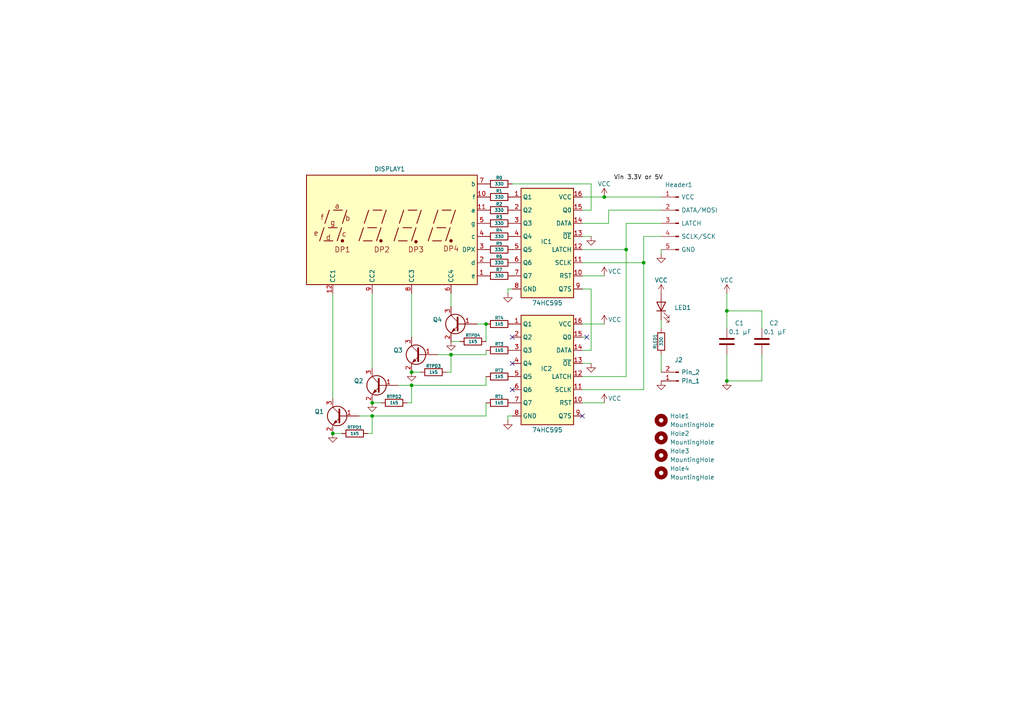
<source format=kicad_sch>
(kicad_sch (version 20250114) (generator "eeschema") (generator_version "9.0")
  (paper "A4")
  (title_block (date "15.12.2025") (comment 1 "Documentation: github.com/ErlingSigurdson/Drv7Seg2x595") (comment 2 "Licensed under CERN-OHL-P v2") (comment 3 "Copyright (c) 2025 Dmitriy Efimov aka Erling Sigurdson"))
  (lib_symbols
    (symbol "74HC595_1"
      (property "Reference" "IC" (at -0.254 -0.254 0))
      (property "Value" "74HC595" (at 0 -18.034 0))
      (symbol "74HC595_1_1_0"
        (pin tri_state line (at -10.16 12.7 0) (length 2.54) (name "Q1") (number "1"))
        (pin tri_state line (at -10.16 8.89 0) (length 2.54) (name "Q2") (number "2"))
        (pin tri_state line (at -10.16 5.08 0) (length 2.54) (name "Q3") (number "3"))
        (pin tri_state line (at -10.16 1.27 0) (length 2.54) (name "Q4") (number "4"))
        (pin tri_state line (at -10.16 -2.54 0) (length 2.54) (name "Q5") (number "5"))
        (pin tri_state line (at -10.16 -6.35 0) (length 2.54) (name "Q6") (number "6"))
        (pin tri_state line (at -10.16 -10.16 0) (length 2.54) (name "Q7") (number "7"))
        (pin power_in line (at -10.16 -13.97 0) (length 2.54) (name "GND") (number "8"))
        (pin power_in line (at 10.16 12.7 180) (length 2.54) (name "VCC") (number "16"))
        (pin tri_state line (at 10.16 8.89 180) (length 2.54) (name "Q0") (number "15"))
        (pin input line (at 10.16 5.08 180) (length 2.54) (name "DATA") (number "14"))
        (pin input line (at 10.16 1.27 180) (length 2.54) (name "~{OE}") (number "13"))
        (pin input line (at 10.16 -2.54 180) (length 2.54) (name "LATCH") (number "12"))
        (pin input line (at 10.16 -6.35 180) (length 2.54) (name "SCLK") (number "11"))
        (pin input line (at 10.16 -10.16 180) (length 2.54) (name "RST") (number "10"))
        (pin output line (at 10.16 -13.97 180) (length 2.54) (name "Q7S") (number "9"))
      )
      (symbol "74HC595_1_1_1"
        (rectangle (start -7.62 15.24) (end 7.62 -16.51) (stroke (width 0.254)) (fill (type background)))
      )
    )
    (symbol "7seg_4d_2x595:74HC595"
      (property "Reference" "IC" (at -0.254 -0.254 0))
      (property "Value" "74HC595" (at 0 -18.034 0))
      (symbol "74HC595_1_0"
        (pin tri_state line (at -10.16 12.7 0) (length 2.54) (name "Q1") (number "1"))
        (pin tri_state line (at -10.16 8.89 0) (length 2.54) (name "Q2") (number "2"))
        (pin tri_state line (at -10.16 5.08 0) (length 2.54) (name "Q3") (number "3"))
        (pin tri_state line (at -10.16 1.27 0) (length 2.54) (name "Q4") (number "4"))
        (pin tri_state line (at -10.16 -2.54 0) (length 2.54) (name "Q5") (number "5"))
        (pin tri_state line (at -10.16 -6.35 0) (length 2.54) (name "Q6") (number "6"))
        (pin tri_state line (at -10.16 -10.16 0) (length 2.54) (name "Q7") (number "7"))
        (pin power_in line (at -10.16 -13.97 0) (length 2.54) (name "GND") (number "8"))
        (pin power_in line (at 10.16 12.7 180) (length 2.54) (name "VCC") (number "16"))
        (pin tri_state line (at 10.16 8.89 180) (length 2.54) (name "Q0") (number "15"))
        (pin input line (at 10.16 5.08 180) (length 2.54) (name "DATA") (number "14"))
        (pin input line (at 10.16 1.27 180) (length 2.54) (name "~{OE}") (number "13"))
        (pin input line (at 10.16 -2.54 180) (length 2.54) (name "LATCH") (number "12"))
        (pin input line (at 10.16 -6.35 180) (length 2.54) (name "SCLK") (number "11"))
        (pin input line (at 10.16 -10.16 180) (length 2.54) (name "RST") (number "10"))
        (pin output line (at 10.16 -13.97 180) (length 2.54) (name "Q7S") (number "9"))
      )
      (symbol "74HC595_1_1"
        (rectangle (start -7.62 15.24) (end 7.62 -16.51) (stroke (width 0.254)) (fill (type background)))
      )
    )
    (symbol "7seg_4d_2x595:7seg_4d"
      (property "Reference" "DISPLAY" (at 0 20.828 0))
      (symbol "7seg_4d_0_0"
        (rectangle (start -24.13 19.05) (end 25.4 -12.7) (stroke (width 0.254)) (fill (type background)))
        (polyline (pts (xy -20.32 0) (xy -19.05 3.81)) (stroke (width 0.254)))
        (polyline (pts (xy -19.05 0) (xy -16.51 0)) (stroke (width 0.254)))
        (polyline (pts (xy -18.796 5.08) (xy -17.526 8.89)) (stroke (width 0.254)))
        (polyline (pts (xy -17.78 3.81) (xy -15.24 3.81)) (stroke (width 0.254)))
        (polyline (pts (xy -16.256 8.89) (xy -13.716 8.89)) (stroke (width 0.254)))
        (polyline (pts (xy -15.24 0) (xy -13.97 3.81)) (stroke (width 0.254)))
        (polyline (pts (xy -13.716 5.08) (xy -12.446 8.89)) (stroke (width 0.254)))
        (polyline (pts (xy -8.89 0) (xy -7.62 3.81)) (stroke (width 0.254)))
        (polyline (pts (xy -7.62 0) (xy -5.08 0)) (stroke (width 0.254)))
        (polyline (pts (xy -7.366 5.08) (xy -6.096 8.89)) (stroke (width 0.254)))
        (polyline (pts (xy -6.35 3.81) (xy -3.81 3.81)) (stroke (width 0.254)))
        (polyline (pts (xy -4.826 8.89) (xy -2.286 8.89)) (stroke (width 0.254)))
        (polyline (pts (xy -3.81 0) (xy -2.54 3.81)) (stroke (width 0.254)))
        (polyline (pts (xy -2.286 5.08) (xy -1.016 8.89)) (stroke (width 0.254)))
        (polyline (pts (xy 1.27 0) (xy 2.54 3.81)) (stroke (width 0.254)))
        (polyline (pts (xy 2.54 0) (xy 5.08 0)) (stroke (width 0.254)))
        (polyline (pts (xy 2.794 5.08) (xy 4.064 8.89)) (stroke (width 0.254)))
        (polyline (pts (xy 3.81 3.81) (xy 6.35 3.81)) (stroke (width 0.254)))
        (polyline (pts (xy 5.334 8.89) (xy 7.874 8.89)) (stroke (width 0.254)))
        (polyline (pts (xy 6.35 0) (xy 7.62 3.81)) (stroke (width 0.254)))
        (polyline (pts (xy 7.874 5.08) (xy 9.144 8.89)) (stroke (width 0.254)))
        (polyline (pts (xy 11.176 0) (xy 12.446 3.81)) (stroke (width 0.254)))
        (polyline (pts (xy 12.446 0) (xy 14.986 0)) (stroke (width 0.254)))
        (polyline (pts (xy 12.7 5.08) (xy 13.97 8.89)) (stroke (width 0.254)))
        (polyline (pts (xy 13.716 3.81) (xy 16.256 3.81)) (stroke (width 0.254)))
        (polyline (pts (xy 15.24 8.89) (xy 17.78 8.89)) (stroke (width 0.254)))
        (polyline (pts (xy 16.256 0) (xy 17.526 3.81)) (stroke (width 0.254)))
        (polyline (pts (xy 17.78 5.08) (xy 19.05 8.89)) (stroke (width 0.254)))
        (text "e" (at -21.336 2.286 0) (effects (font (size 1.524 1.524))))
        (text "f" (at -19.558 6.858 0) (effects (font (size 1.524 1.524))))
        (text "d" (at -17.78 1.016 0) (effects (font (size 1.524 1.524))))
        (text "g" (at -16.51 5.334 0) (effects (font (size 1.524 1.524))))
        (text "a" (at -15.24 10.16 0) (effects (font (size 1.524 1.524))))
        (text "DP1" (at -13.716 -2.54 0) (effects (font (size 1.524 1.524))))
        (text "c" (at -13.208 2.032 0) (effects (font (size 1.524 1.524))))
        (text "b" (at -12.192 6.604 0) (effects (font (size 1.524 1.524))))
        (text "DP2" (at -2.286 -2.54 0) (effects (font (size 1.524 1.524))))
        (text "DP3" (at 7.62 -2.54 0) (effects (font (size 1.524 1.524))))
        (text "DP4" (at 17.78 -2.286 0) (effects (font (size 1.524 1.524))))
      )
      (symbol "7seg_4d_0_1"
        (circle (center -13.716 0) (radius 0.3556) (stroke (width 0.254)) (fill (type outline)))
        (circle (center -2.54 0) (radius 0.3556) (stroke (width 0.254)) (fill (type outline)))
      )
      (symbol "7seg_4d_1_0"
        (circle (center 7.62 -0.254) (radius 0.3556) (stroke (width 0.254)) (fill (type outline)))
        (circle (center 17.78 0) (radius 0.3556) (stroke (width 0.254)) (fill (type outline)))
      )
      (symbol "7seg_4d_1_1"
        (pin input line (at -16.51 -15.24 90) (length 2.54) (name "CC1") (number "12"))
        (pin input line (at -5.08 -15.24 90) (length 2.54) (name "CC2") (number "9"))
        (pin input line (at 6.35 -15.24 90) (length 2.54) (name "CC3") (number "8"))
        (pin input line (at 17.78 -15.24 90) (length 2.54) (name "CC4") (number "6"))
        (pin input line (at 27.94 16.51 180) (length 2.54) (name "b") (number "7"))
        (pin input line (at 27.94 12.7 180) (length 2.54) (name "f") (number "10"))
        (pin input line (at 27.94 8.89 180) (length 2.54) (name "a") (number "11"))
        (pin input line (at 27.94 5.08 180) (length 2.54) (name "g") (number "5"))
        (pin input line (at 27.94 1.27 180) (length 2.54) (name "c") (number "4"))
        (pin input line (at 27.94 -2.54 180) (length 2.54) (name "DPX") (number "3"))
        (pin input line (at 27.94 -6.35 180) (length 2.54) (name "d") (number "2"))
        (pin input line (at 27.94 -10.16 180) (length 2.54) (name "e") (number "1"))
      )
    )
    (symbol "7seg_4d_2x595:pin_header_1-row_5-pin_horizontal" (pin_names (offset 2.032))
      (property "Reference" "Header" (at 0 13.208 0))
      (symbol "pin_header_1-row_5-pin_horizontal_1_1"
        (rectangle (start 0.8636 10.287) (end 0 10.033) (stroke (width 0.1524)) (fill (type outline)))
        (rectangle (start 0.8636 6.477) (end 0 6.223) (stroke (width 0.1524)) (fill (type outline)))
        (rectangle (start 0.8636 2.667) (end 0 2.413) (stroke (width 0.1524)) (fill (type outline)))
        (rectangle (start 0.8636 -1.143) (end 0 -1.397) (stroke (width 0.1524)) (fill (type outline)))
        (rectangle (start 0.8636 -4.953) (end 0 -5.207) (stroke (width 0.1524)) (fill (type outline)))
        (polyline (pts (xy 1.27 10.16) (xy 0.8636 10.16)) (stroke (width 0.1524)))
        (polyline (pts (xy 1.27 6.35) (xy 0.8636 6.35)) (stroke (width 0.1524)))
        (polyline (pts (xy 1.27 2.54) (xy 0.8636 2.54)) (stroke (width 0.1524)))
        (polyline (pts (xy 1.27 -1.27) (xy 0.8636 -1.27)) (stroke (width 0.1524)))
        (polyline (pts (xy 1.27 -5.08) (xy 0.8636 -5.08)) (stroke (width 0.1524)))
        (pin power_out line (at 5.08 10.16 180) (length 3.81) (name "VCC") (number "1"))
        (pin output line (at 5.08 6.35 180) (length 3.81) (name "DATA/MOSI") (number "2"))
        (pin output line (at 5.08 2.54 180) (length 3.81) (name "LATCH") (number "3"))
        (pin output line (at 5.08 -1.27 180) (length 3.81) (name "SCLK/SCK") (number "4"))
        (pin power_out line (at 5.08 -5.08 180) (length 3.81) (name "GND") (number "5"))
      )
    )
    (symbol "Device:C" (pin_numbers (hide yes)) (pin_names (offset 0.254))
      (property "Reference" "C" (at 0.635 2.54 0))
      (property "Value" "C" (at 0.635 -2.54 0))
      (symbol "C_0_1"
        (polyline (pts (xy -2.032 0.762) (xy 2.032 0.762)) (stroke (width 0.508)))
        (polyline (pts (xy -2.032 -0.762) (xy 2.032 -0.762)) (stroke (width 0.508)))
      )
      (symbol "C_1_1"
        (pin passive line (at 0 3.81 270) (length 2.794) (name "~") (number "1"))
        (pin passive line (at 0 -3.81 90) (length 2.794) (name "~") (number "2"))
      )
    )
    (symbol "Device:LED" (pin_numbers (hide yes)) (pin_names (offset 1.016) (hide yes))
      (property "Reference" "D" (at 0 2.54 0))
      (property "Value" "LED" (at 0 -2.54 0))
      (symbol "LED_0_1"
        (polyline (pts (xy -3.048 -0.762) (xy -4.572 -2.286) (xy -3.81 -2.286) (xy -4.572 -2.286) (xy -4.572 -1.524)))
        (polyline (pts (xy -1.778 -0.762) (xy -3.302 -2.286) (xy -2.54 -2.286) (xy -3.302 -2.286) (xy -3.302 -1.524)))
        (polyline (pts (xy -1.27 0) (xy 1.27 0)))
        (polyline (pts (xy -1.27 -1.27) (xy -1.27 1.27)) (stroke (width 0.254)))
        (polyline (pts (xy 1.27 -1.27) (xy 1.27 1.27) (xy -1.27 0) (xy 1.27 -1.27)) (stroke (width 0.254)))
      )
      (symbol "LED_1_1"
        (pin passive line (at -3.81 0 0) (length 2.54) (name "K") (number "1"))
        (pin passive line (at 3.81 0 180) (length 2.54) (name "A") (number "2"))
      )
    )
    (symbol "Device:R" (pin_numbers (hide yes)) (pin_names (offset 0))
      (property "Reference" "R" (at 2.032 0 90))
      (property "Value" "R" (at 0 0 90))
      (symbol "R_0_1"
        (rectangle (start -1.016 -2.54) (end 1.016 2.54) (stroke (width 0.254)))
      )
      (symbol "R_1_1"
        (pin passive line (at 0 3.81 270) (length 1.27) (name "~") (number "1"))
        (pin passive line (at 0 -3.81 90) (length 1.27) (name "~") (number "2"))
      )
    )
    (symbol "Drv7Seg2x595:pin_header_1-row_2-pin_horizontal" (pin_names (offset 2.032))
      (property "Reference" "PWR_LED_JMP" (at 0 4.064 0))
      (symbol "pin_header_1-row_2-pin_horizontal_1_1"
        (rectangle (start 0.8636 10.287) (end 0 10.033) (stroke (width 0.1524)) (fill (type outline)))
        (rectangle (start 0.8636 7.747) (end 0 7.493) (stroke (width 0.1524)) (fill (type outline)))
        (polyline (pts (xy 1.27 10.16) (xy 0.8636 10.16)) (stroke (width 0.1524)))
        (polyline (pts (xy 1.27 7.62) (xy 0.8636 7.62)) (stroke (width 0.1524)))
        (pin passive line (at 5.08 10.16 180) (length 3.81) (name "Pin_1") (number "1"))
        (pin passive line (at 5.08 7.62 180) (length 3.81) (name "Pin_2") (number "2"))
      )
    )
    (symbol "Mechanical:MountingHole" (pin_names (offset 1.016)) (exclude_from_sim yes) (in_bom no)
      (property "Reference" "H" (at 0 5.08 0))
      (property "Value" "MountingHole" (at 0 3.175 0))
      (symbol "MountingHole_0_1"
        (circle (center 0 0) (radius 1.27) (stroke (width 1.27)))
      )
    )
    (symbol "Transistor_BJT:MMBT3904" (pin_names (offset 0) (hide yes))
      (property "Reference" "Q" (at 5.08 1.905 0))
      (property "Value" "MMBT3904" (at 5.08 0 0))
      (symbol "MMBT3904_0_1"
        (polyline (pts (xy 0.635 1.905) (xy 0.635 -1.905) (xy 0.635 -1.905)) (stroke (width 0.508)))
        (polyline (pts (xy 0.635 0.635) (xy 2.54 2.54)))
        (polyline (pts (xy 0.635 -0.635) (xy 2.54 -2.54) (xy 2.54 -2.54)))
        (circle (center 1.27 0) (radius 2.8194) (stroke (width 0.254)))
        (polyline (pts (xy 1.27 -1.778) (xy 1.778 -1.27) (xy 2.286 -2.286) (xy 1.27 -1.778) (xy 1.27 -1.778)) (fill (type outline)))
      )
      (symbol "MMBT3904_1_1"
        (pin input line (at -5.08 0 0) (length 5.715) (name "B") (number "1"))
        (pin passive line (at 2.54 5.08 270) (length 2.54) (name "C") (number "3"))
        (pin passive line (at 2.54 -5.08 90) (length 2.54) (name "E") (number "2"))
      )
    )
    (symbol "power:+5V" (power) (pin_numbers (hide yes)) (pin_names (offset 0) (hide yes))
      (property "Value" "+5V" (at 0 3.556 0))
      (symbol "+5V_0_1"
        (polyline (pts (xy -0.762 1.27) (xy 0 2.54)))
        (polyline (pts (xy 0 2.54) (xy 0.762 1.27)))
        (polyline (pts (xy 0 0) (xy 0 2.54)))
      )
      (symbol "+5V_1_1"
        (pin power_in line (at 0 0 90) (length 0) (name "~") (number "1"))
      )
    )
    (symbol "power:GND" (power) (pin_numbers (hide yes)) (pin_names (offset 0) (hide yes))
      (property "Value" "GND" (at 0 -3.81 0))
      (symbol "GND_0_1"
        (polyline (pts (xy 0 0) (xy 0 -1.27) (xy 1.27 -1.27) (xy 0 -2.54) (xy -1.27 -1.27) (xy 0 -1.27)))
      )
      (symbol "GND_1_1"
        (pin power_in line (at 0 0 270) (length 0) (name "~") (number "1"))
      )
    )
  )
  (text "Vin 3.3V or 5V" (at 185.166 51.562 0) (effects (font (size 1.27 1.27))))
  (junction (at 210.82 90.17))
  (junction (at 119.38 111.76))
  (junction (at 130.81 102.87))
  (junction (at 96.52 125.73))
  (junction (at 140.97 93.98))
  (junction (at 107.95 116.84))
  (junction (at 119.38 107.95))
  (junction (at 181.61 72.39))
  (junction (at 210.82 110.49))
  (junction (at 175.26 57.15))
  (junction (at 186.69 76.2))
  (junction (at 107.95 120.65))
  (no_connect (at 170.18 97.79))
  (no_connect (at 148.59 97.79))
  (no_connect (at 148.59 113.03))
  (no_connect (at 168.91 120.65))
  (no_connect (at 148.59 105.41))
  (wire (pts (xy 168.91 97.79) (xy 170.18 97.79)))
  (wire (pts (xy 147.32 120.65) (xy 147.32 121.92)))
  (wire (pts (xy 140.97 109.22) (xy 140.97 111.76)))
  (wire (pts (xy 119.38 85.09) (xy 119.38 97.79)))
  (wire (pts (xy 191.77 102.87) (xy 191.77 107.95)))
  (wire (pts (xy 119.38 116.84) (xy 119.38 111.76)))
  (wire (pts (xy 118.11 116.84) (xy 119.38 116.84)))
  (wire (pts (xy 171.45 83.82) (xy 168.91 83.82)))
  (wire (pts (xy 220.98 95.25) (xy 220.98 90.17)))
  (wire (pts (xy 119.38 111.76) (xy 140.97 111.76)))
  (wire (pts (xy 168.91 64.77) (xy 176.53 64.77)))
  (wire (pts (xy 147.32 120.65) (xy 148.59 120.65)))
  (wire (pts (xy 168.91 93.98) (xy 175.26 93.98)))
  (wire (pts (xy 171.45 83.82) (xy 171.45 101.6)))
  (wire (pts (xy 107.95 116.84) (xy 110.49 116.84)))
  (wire (pts (xy 106.68 125.73) (xy 107.95 125.73)))
  (wire (pts (xy 168.91 68.58) (xy 171.45 68.58)))
  (wire (pts (xy 210.82 85.09) (xy 210.82 90.17)))
  (wire (pts (xy 148.59 53.34) (xy 171.45 53.34)))
  (wire (pts (xy 186.69 68.58) (xy 191.77 68.58)))
  (wire (pts (xy 220.98 110.49) (xy 210.82 110.49)))
  (wire (pts (xy 140.97 93.98) (xy 140.97 99.06)))
  (wire (pts (xy 168.91 113.03) (xy 186.69 113.03)))
  (wire (pts (xy 147.32 83.82) (xy 147.32 85.09)))
  (wire (pts (xy 168.91 80.01) (xy 175.26 80.01)))
  (wire (pts (xy 129.54 107.95) (xy 130.81 107.95)))
  (wire (pts (xy 220.98 90.17) (xy 210.82 90.17)))
  (wire (pts (xy 130.81 99.06) (xy 133.35 99.06)))
  (wire (pts (xy 181.61 64.77) (xy 191.77 64.77)))
  (wire (pts (xy 176.53 60.96) (xy 176.53 64.77)))
  (wire (pts (xy 119.38 107.95) (xy 121.92 107.95)))
  (wire (pts (xy 130.81 107.95) (xy 130.81 102.87)))
  (wire (pts (xy 107.95 125.73) (xy 107.95 120.65)))
  (wire (pts (xy 181.61 72.39) (xy 181.61 64.77)))
  (wire (pts (xy 96.52 85.09) (xy 96.52 115.57)))
  (wire (pts (xy 168.91 105.41) (xy 171.45 105.41)))
  (wire (pts (xy 168.91 57.15) (xy 175.26 57.15)))
  (wire (pts (xy 140.97 101.6) (xy 140.97 102.87)))
  (wire (pts (xy 107.95 85.09) (xy 107.95 106.68)))
  (wire (pts (xy 127 102.87) (xy 130.81 102.87)))
  (wire (pts (xy 115.57 111.76) (xy 119.38 111.76)))
  (wire (pts (xy 186.69 76.2) (xy 186.69 68.58)))
  (wire (pts (xy 191.77 60.96) (xy 176.53 60.96)))
  (wire (pts (xy 168.91 60.96) (xy 171.45 60.96)))
  (wire (pts (xy 175.26 57.15) (xy 191.77 57.15)))
  (wire (pts (xy 168.91 116.84) (xy 175.26 116.84)))
  (wire (pts (xy 168.91 76.2) (xy 186.69 76.2)))
  (wire (pts (xy 130.81 102.87) (xy 140.97 102.87)))
  (wire (pts (xy 168.91 101.6) (xy 171.45 101.6)))
  (wire (pts (xy 191.77 73.66) (xy 191.77 72.39)))
  (wire (pts (xy 220.98 102.87) (xy 220.98 110.49)))
  (wire (pts (xy 130.81 85.09) (xy 130.81 88.9)))
  (wire (pts (xy 104.14 120.65) (xy 107.95 120.65)))
  (wire (pts (xy 181.61 72.39) (xy 181.61 109.22)))
  (wire (pts (xy 210.82 102.87) (xy 210.82 110.49)))
  (wire (pts (xy 191.77 92.71) (xy 191.77 95.25)))
  (wire (pts (xy 168.91 72.39) (xy 181.61 72.39)))
  (wire (pts (xy 96.52 125.73) (xy 99.06 125.73)))
  (wire (pts (xy 186.69 76.2) (xy 186.69 113.03)))
  (wire (pts (xy 210.82 90.17) (xy 210.82 95.25)))
  (wire (pts (xy 140.97 116.84) (xy 140.97 120.65)))
  (wire (pts (xy 138.43 93.98) (xy 140.97 93.98)))
  (wire (pts (xy 171.45 60.96) (xy 171.45 53.34)))
  (wire (pts (xy 168.91 109.22) (xy 181.61 109.22)))
  (wire (pts (xy 107.95 120.65) (xy 140.97 120.65)))
  (wire (pts (xy 147.32 83.82) (xy 148.59 83.82)))
  (symbol (lib_name "74HC595_1") (lib_id "7seg_4d_2x595:74HC595") (at 158.75 69.85 0) (unit 1)
    (property "Reference" "IC1" (at 158.496 70.104 0))
    (property "Value" "74HC595" (at 158.75 87.884 0))
    (property "Footprint" "Package_DIP:DIP-16_W7.62mm" (effects (hide yes)))
    (property "Description" "8-bit SIPO/SISO/PIPO shift register w/ 3-state outputs" (effects (hide yes)))
  )
  (symbol (lib_id "Device:C") (at 220.98 99.06 180) (unit 1)
    (property "Reference" "C2" (at 225.806 93.726 0) (effects (justify left)))
    (property "Value" "0.1 μF" (at 228.092 96.266 0) (effects (justify left)))
    (property "Footprint" "Capacitor_SMD:C_0805_2012Metric_Pad1.18x1.45mm_HandSolder" (effects (hide yes)))
    (property "Description" "Unpolarized capacitor" (effects (hide yes)))
  )
  (symbol (lib_id "power:+5V") (at 175.26 116.84 0) (unit 1)
    (property "Reference" "#PWR09" (effects (hide yes)))
    (property "Value" "VCC" (at 178.308 115.57 0))
    (property "Description" "Power symbol creates a global label with name \"+5V\"" (effects (hide yes)))
  )
  (symbol (lib_id "power:GND") (at 130.81 99.06 0) (unit 1)
    (property "Reference" "#PWR012" (effects (hide yes)))
    (property "Value" "GND" (effects (hide yes)))
    (property "Description" "Power symbol creates a global label with name \"GND\" , ground" (effects (hide yes)))
  )
  (symbol (lib_id "Mechanical:MountingHole") (at 191.77 127 0) (unit 1) (exclude_from_sim yes) (in_bom no)
    (property "Reference" "Hole2" (at 194.31 125.7299 0) (effects (justify left)))
    (property "Value" "MountingHole" (at 194.31 128.2699 0) (effects (justify left)))
    (property "Footprint" "MountingHole:MountingHole_3mm" (effects (hide yes)))
    (property "Description" "Mounting Hole without connection" (effects (hide yes)))
  )
  (symbol (lib_id "Device:R") (at 137.16 99.06 90) (unit 1)
    (property "Reference" "RTPD4" (at 137.16 97.282 90) (effects (font (size 0.889 0.889))))
    (property "Value" "1k5" (at 137.16 99.06 90) (effects (font (size 0.889 0.889))))
    (property "Footprint" "Resistor_SMD:R_0805_2012Metric_Pad1.20x1.40mm_HandSolder" (effects (hide yes)))
    (property "Description" "Resistor" (effects (hide yes)))
  )
  (symbol (lib_id "power:GND") (at 171.45 68.58 0) (unit 1)
    (property "Reference" "#PWR03" (effects (hide yes)))
    (property "Value" "GND" (effects (hide yes)))
    (property "Description" "Power symbol creates a global label with name \"GND\" , ground" (effects (hide yes)))
  )
  (symbol (lib_id "Device:R") (at 144.78 76.2 90) (unit 1)
    (property "Reference" "R6" (at 144.78 74.422 90) (effects (font (size 0.889 0.889))))
    (property "Value" "330" (at 144.78 76.2 90) (effects (font (size 0.889 0.889))))
    (property "Footprint" "Resistor_SMD:R_0805_2012Metric_Pad1.20x1.40mm_HandSolder" (effects (hide yes)))
    (property "Description" "Resistor" (effects (hide yes)))
  )
  (symbol (lib_id "Transistor_BJT:MMBT3904") (at 133.35 93.98 0) (mirror y) (unit 1)
    (property "Reference" "Q4" (at 128.27 92.7099 0) (effects (justify left)))
    (property "Value" "MMBT3904" (effects (hide yes)))
    (property "Footprint" "Package_TO_SOT_SMD:SOT-23_Handsoldering" (effects (hide yes)))
    (property "Datasheet" "https://www.onsemi.com/pdf/datasheet/pzt3904-d.pdf" (effects (hide yes)))
    (property "Description" "0.2A Ic, 40V Vce, Small Signal NPN Transistor, SOT-23" (effects (hide yes)))
  )
  (symbol (lib_id "Device:C") (at 210.82 99.06 0) (unit 1)
    (property "Reference" "C1" (at 213.106 93.726 0) (effects (justify left)))
    (property "Value" "0.1 μF" (at 211.328 96.266 0) (effects (justify left)))
    (property "Footprint" "Capacitor_SMD:C_0805_2012Metric_Pad1.18x1.45mm_HandSolder" (effects (hide yes)))
    (property "Description" "Unpolarized capacitor" (effects (hide yes)))
  )
  (symbol (lib_id "Device:R") (at 144.78 80.01 90) (unit 1)
    (property "Reference" "R7" (at 144.78 78.232 90) (effects (font (size 0.889 0.889))))
    (property "Value" "330" (at 144.78 80.01 90) (effects (font (size 0.889 0.889))))
    (property "Footprint" "Resistor_SMD:R_0805_2012Metric_Pad1.20x1.40mm_HandSolder" (effects (hide yes)))
    (property "Description" "Resistor" (effects (hide yes)))
  )
  (symbol (lib_id "power:+5V") (at 175.26 57.15 0) (unit 1)
    (property "Reference" "#PWR018" (effects (hide yes)))
    (property "Value" "VCC" (at 175.26 53.34 0))
    (property "Description" "Power symbol creates a global label with name \"+5V\"" (effects (hide yes)))
  )
  (symbol (lib_id "Device:R") (at 144.78 60.96 90) (unit 1)
    (property "Reference" "R2" (at 144.78 59.182 90) (effects (font (size 0.889 0.889))))
    (property "Value" "330" (at 144.78 60.96 90) (effects (font (size 0.889 0.889))))
    (property "Footprint" "Resistor_SMD:R_0805_2012Metric_Pad1.20x1.40mm_HandSolder" (effects (hide yes)))
    (property "Description" "Resistor" (effects (hide yes)))
  )
  (symbol (lib_id "power:GND") (at 107.95 116.84 0) (unit 1)
    (property "Reference" "#PWR014" (effects (hide yes)))
    (property "Value" "GND" (effects (hide yes)))
    (property "Description" "Power symbol creates a global label with name \"GND\" , ground" (effects (hide yes)))
  )
  (symbol (lib_id "power:GND") (at 171.45 105.41 0) (unit 1)
    (property "Reference" "#PWR05" (effects (hide yes)))
    (property "Value" "GND" (effects (hide yes)))
    (property "Description" "Power symbol creates a global label with name \"GND\" , ground" (effects (hide yes)))
  )
  (symbol (lib_id "power:GND") (at 147.32 85.09 0) (unit 1)
    (property "Reference" "#PWR02" (effects (hide yes)))
    (property "Value" "GND" (effects (hide yes)))
    (property "Description" "Power symbol creates a global label with name \"GND\" , ground" (effects (hide yes)))
  )
  (symbol (lib_id "power:+5V") (at 175.26 80.01 0) (unit 1)
    (property "Reference" "#PWR07" (effects (hide yes)))
    (property "Value" "VCC" (at 178.308 78.74 0))
    (property "Description" "Power symbol creates a global label with name \"+5V\"" (effects (hide yes)))
  )
  (symbol (lib_id "Device:R") (at 144.78 72.39 90) (unit 1)
    (property "Reference" "R5" (at 144.78 70.612 90) (effects (font (size 0.889 0.889))))
    (property "Value" "330" (at 144.78 72.39 90) (effects (font (size 0.889 0.889))))
    (property "Footprint" "Resistor_SMD:R_0805_2012Metric_Pad1.20x1.40mm_HandSolder" (effects (hide yes)))
    (property "Description" "Resistor" (effects (hide yes)))
  )
  (symbol (lib_id "Mechanical:MountingHole") (at 191.77 132.08 0) (unit 1) (exclude_from_sim yes) (in_bom no)
    (property "Reference" "Hole3" (at 194.31 130.8099 0) (effects (justify left)))
    (property "Value" "MountingHole" (at 194.31 133.3499 0) (effects (justify left)))
    (property "Footprint" "MountingHole:MountingHole_3mm" (effects (hide yes)))
    (property "Description" "Mounting Hole without connection" (effects (hide yes)))
  )
  (symbol (lib_id "Device:R") (at 144.78 68.58 90) (unit 1)
    (property "Reference" "R4" (at 144.78 66.802 90) (effects (font (size 0.889 0.889))))
    (property "Value" "330" (at 144.78 68.58 90) (effects (font (size 0.889 0.889))))
    (property "Footprint" "Resistor_SMD:R_0805_2012Metric_Pad1.20x1.40mm_HandSolder" (effects (hide yes)))
    (property "Description" "Resistor" (effects (hide yes)))
  )
  (symbol (lib_id "Device:R") (at 144.78 93.98 90) (unit 1)
    (property "Reference" "RT4" (at 144.78 92.202 90) (effects (font (size 0.889 0.889))))
    (property "Value" "1k5" (at 144.78 93.98 90) (effects (font (size 0.889 0.889))))
    (property "Footprint" "Resistor_SMD:R_0805_2012Metric_Pad1.20x1.40mm_HandSolder" (effects (hide yes)))
    (property "Description" "Resistor" (effects (hide yes)))
  )
  (symbol (lib_id "Device:R") (at 191.77 99.06 180) (unit 1)
    (property "Reference" "RLED1" (at 189.992 99.06 90) (effects (font (size 0.889 0.889))))
    (property "Value" "330" (at 191.77 99.06 90) (effects (font (size 0.889 0.889))))
    (property "Footprint" "Resistor_SMD:R_0805_2012Metric_Pad1.20x1.40mm_HandSolder" (effects (hide yes)))
    (property "Description" "Resistor" (effects (hide yes)))
  )
  (symbol (lib_id "Device:R") (at 144.78 116.84 90) (unit 1)
    (property "Reference" "RT1" (at 144.78 115.062 90) (effects (font (size 0.889 0.889))))
    (property "Value" "1k5" (at 144.78 116.84 90) (effects (font (size 0.889 0.889))))
    (property "Footprint" "Resistor_SMD:R_0805_2012Metric_Pad1.20x1.40mm_HandSolder" (effects (hide yes)))
    (property "Description" "Resistor" (effects (hide yes)))
  )
  (symbol (lib_id "power:GND") (at 191.77 73.66 0) (unit 1)
    (property "Reference" "#PWR01" (effects (hide yes)))
    (property "Value" "GND" (effects (hide yes)))
    (property "Description" "Power symbol creates a global label with name \"GND\" , ground" (effects (hide yes)))
  )
  (symbol (lib_id "power:+5V") (at 210.82 85.09 0) (unit 1)
    (property "Reference" "#PWR016" (effects (hide yes)))
    (property "Value" "VCC" (at 210.82 81.28 0))
    (property "Description" "Power symbol creates a global label with name \"+5V\"" (effects (hide yes)))
  )
  (symbol (lib_id "Device:LED") (at 191.77 88.9 90) (unit 1)
    (property "Reference" "LED1" (at 195.58 89.2174 90) (effects (justify right)))
    (property "Value" "LED" (effects (hide yes)))
    (property "Footprint" "LED_SMD:LED_0805_2012Metric_Pad1.15x1.40mm_HandSolder" (effects (hide yes)))
    (property "Description" "Light emitting diode" (effects (hide yes)))
  )
  (symbol (lib_id "Device:R") (at 102.87 125.73 90) (unit 1)
    (property "Reference" "RTPD1" (at 102.87 123.952 90) (effects (font (size 0.889 0.889))))
    (property "Value" "1k5" (at 102.87 125.73 90) (effects (font (size 0.889 0.889))))
    (property "Footprint" "Resistor_SMD:R_0805_2012Metric_Pad1.20x1.40mm_HandSolder" (effects (hide yes)))
    (property "Description" "Resistor" (effects (hide yes)))
  )
  (symbol (lib_id "Device:R") (at 114.3 116.84 90) (unit 1)
    (property "Reference" "RTPD2" (at 114.3 115.062 90) (effects (font (size 0.889 0.889))))
    (property "Value" "1k5" (at 114.3 116.84 90) (effects (font (size 0.889 0.889))))
    (property "Footprint" "Resistor_SMD:R_0805_2012Metric_Pad1.20x1.40mm_HandSolder" (effects (hide yes)))
    (property "Description" "Resistor" (effects (hide yes)))
  )
  (symbol (lib_id "power:GND") (at 191.77 110.49 0) (unit 1)
    (property "Reference" "#PWR010" (effects (hide yes)))
    (property "Value" "GND" (effects (hide yes)))
    (property "Description" "Power symbol creates a global label with name \"GND\" , ground" (effects (hide yes)))
  )
  (symbol (lib_id "power:GND") (at 210.82 110.49 0) (unit 1)
    (property "Reference" "#PWR017" (effects (hide yes)))
    (property "Value" "GND" (effects (hide yes)))
    (property "Description" "Power symbol creates a global label with name \"GND\" , ground" (effects (hide yes)))
  )
  (symbol (lib_id "power:GND") (at 147.32 121.92 0) (unit 1)
    (property "Reference" "#PWR04" (effects (hide yes)))
    (property "Value" "GND" (effects (hide yes)))
    (property "Description" "Power symbol creates a global label with name \"GND\" , ground" (effects (hide yes)))
  )
  (symbol (lib_id "7seg_4d_2x595:7seg_4d") (at 113.03 69.85 0) (unit 1)
    (property "Reference" "DISPLAY1" (at 113.03 49.022 0))
    (property "Value" "7seg_4d" (effects (hide yes)))
    (property "Footprint" "Display_7Segment:CA56-12EWA" (effects (hide yes)))
    (property "Description" "4 digit 7 segment high efficiency red LED, common cathode" (effects (hide yes)))
  )
  (symbol (lib_id "power:GND") (at 119.38 107.95 0) (unit 1)
    (property "Reference" "#PWR013" (effects (hide yes)))
    (property "Value" "GND" (effects (hide yes)))
    (property "Description" "Power symbol creates a global label with name \"GND\" , ground" (effects (hide yes)))
  )
  (symbol (lib_id "Device:R") (at 144.78 101.6 90) (unit 1)
    (property "Reference" "RT3" (at 144.78 99.822 90) (effects (font (size 0.889 0.889))))
    (property "Value" "1k5" (at 144.78 101.6 90) (effects (font (size 0.889 0.889))))
    (property "Footprint" "Resistor_SMD:R_0805_2012Metric_Pad1.20x1.40mm_HandSolder" (effects (hide yes)))
    (property "Description" "Resistor" (effects (hide yes)))
  )
  (symbol (lib_id "Transistor_BJT:MMBT3904") (at 110.49 111.76 0) (mirror y) (unit 1)
    (property "Reference" "Q2" (at 105.41 110.4899 0) (effects (justify left)))
    (property "Value" "MMBT3904" (effects (hide yes)))
    (property "Footprint" "Package_TO_SOT_SMD:SOT-23_Handsoldering" (effects (hide yes)))
    (property "Datasheet" "https://www.onsemi.com/pdf/datasheet/pzt3904-d.pdf" (effects (hide yes)))
    (property "Description" "0.2A Ic, 40V Vce, Small Signal NPN Transistor, SOT-23" (effects (hide yes)))
  )
  (symbol (lib_id "Drv7Seg2x595:pin_header_1-row_2-pin_horizontal") (at 196.85 100.33 180) (unit 1)
    (property "Reference" "J2" (at 196.85 104.394 0))
    (property "Value" "pin_header_1-row_2-pin_horizontal" (effects (hide yes)))
    (property "Footprint" "Connector_PinHeader_2.54mm:PinHeader_1x02_P2.54mm_Horizontal" (effects (hide yes)))
    (property "Description" "Pin header, single row, 2 pins" (effects (hide yes)))
  )
  (symbol (lib_id "Transistor_BJT:MMBT3904") (at 99.06 120.65 0) (mirror y) (unit 1)
    (property "Reference" "Q1" (at 93.98 119.3799 0) (effects (justify left)))
    (property "Value" "MMBT3904" (effects (hide yes)))
    (property "Footprint" "Package_TO_SOT_SMD:SOT-23_Handsoldering" (effects (hide yes)))
    (property "Datasheet" "https://www.onsemi.com/pdf/datasheet/pzt3904-d.pdf" (effects (hide yes)))
    (property "Description" "0.2A Ic, 40V Vce, Small Signal NPN Transistor, SOT-23" (effects (hide yes)))
  )
  (symbol (lib_id "7seg_4d_2x595:pin_header_1-row_5-pin_horizontal") (at 196.85 67.31 0) (mirror y) (unit 1)
    (property "Reference" "Header1" (at 196.85 53.594 0))
    (property "Value" "pin_header_1-row_5-pin_horizontal" (effects (hide yes)))
    (property "Footprint" "Connector_PinHeader_2.54mm:PinHeader_1x05_P2.54mm_Horizontal" (effects (hide yes)))
    (property "Description" "Pin header, single row, 5 pins" (effects (hide yes)))
  )
  (symbol (lib_id "Device:R") (at 125.73 107.95 90) (unit 1)
    (property "Reference" "RTPD3" (at 125.73 106.172 90) (effects (font (size 0.889 0.889))))
    (property "Value" "1k5" (at 125.73 107.95 90) (effects (font (size 0.889 0.889))))
    (property "Footprint" "Resistor_SMD:R_0805_2012Metric_Pad1.20x1.40mm_HandSolder" (effects (hide yes)))
    (property "Description" "Resistor" (effects (hide yes)))
  )
  (symbol (lib_id "Device:R") (at 144.78 64.77 90) (unit 1)
    (property "Reference" "R3" (at 144.78 62.992 90) (effects (font (size 0.889 0.889))))
    (property "Value" "330" (at 144.78 64.77 90) (effects (font (size 0.889 0.889))))
    (property "Footprint" "Resistor_SMD:R_0805_2012Metric_Pad1.20x1.40mm_HandSolder" (effects (hide yes)))
    (property "Description" "Resistor" (effects (hide yes)))
  )
  (symbol (lib_id "7seg_4d_2x595:74HC595") (at 158.75 106.68 0) (unit 1)
    (property "Reference" "IC2" (at 158.496 106.934 0))
    (property "Value" "74HC595" (at 158.75 124.714 0))
    (property "Footprint" "Package_DIP:DIP-16_W7.62mm" (effects (hide yes)))
    (property "Description" "8-bit SIPO/SISO/PIPO shift register w/ 3-state outputs" (effects (hide yes)))
  )
  (symbol (lib_id "Transistor_BJT:MMBT3904") (at 121.92 102.87 0) (mirror y) (unit 1)
    (property "Reference" "Q3" (at 116.84 101.5999 0) (effects (justify left)))
    (property "Value" "MMBT3904" (effects (hide yes)))
    (property "Footprint" "Package_TO_SOT_SMD:SOT-23_Handsoldering" (effects (hide yes)))
    (property "Datasheet" "https://www.onsemi.com/pdf/datasheet/pzt3904-d.pdf" (effects (hide yes)))
    (property "Description" "0.2A Ic, 40V Vce, Small Signal NPN Transistor, SOT-23" (effects (hide yes)))
  )
  (symbol (lib_id "power:GND") (at 96.52 125.73 0) (unit 1)
    (property "Reference" "#PWR015" (effects (hide yes)))
    (property "Value" "GND" (effects (hide yes)))
    (property "Description" "Power symbol creates a global label with name \"GND\" , ground" (effects (hide yes)))
  )
  (symbol (lib_id "Device:R") (at 144.78 109.22 90) (unit 1)
    (property "Reference" "RT2" (at 144.78 107.442 90) (effects (font (size 0.889 0.889))))
    (property "Value" "1k5" (at 144.78 109.22 90) (effects (font (size 0.889 0.889))))
    (property "Footprint" "Resistor_SMD:R_0805_2012Metric_Pad1.20x1.40mm_HandSolder" (effects (hide yes)))
    (property "Description" "Resistor" (effects (hide yes)))
  )
  (symbol (lib_id "Device:R") (at 144.78 57.15 90) (unit 1)
    (property "Reference" "R1" (at 144.78 55.372 90) (effects (font (size 0.889 0.889))))
    (property "Value" "330" (at 144.78 57.15 90) (effects (font (size 0.889 0.889))))
    (property "Footprint" "Resistor_SMD:R_0805_2012Metric_Pad1.20x1.40mm_HandSolder" (effects (hide yes)))
    (property "Description" "Resistor" (effects (hide yes)))
  )
  (symbol (lib_id "Device:R") (at 144.78 53.34 90) (unit 1)
    (property "Reference" "R0" (at 144.78 51.562 90) (effects (font (size 0.889 0.889))))
    (property "Value" "330" (at 144.78 53.34 90) (effects (font (size 0.889 0.889))))
    (property "Footprint" "Resistor_SMD:R_0805_2012Metric_Pad1.20x1.40mm_HandSolder" (effects (hide yes)))
    (property "Description" "Resistor" (effects (hide yes)))
  )
  (symbol (lib_id "power:+5V") (at 191.77 85.09 0) (unit 1)
    (property "Reference" "#PWR011" (effects (hide yes)))
    (property "Value" "VCC" (at 191.77 81.28 0))
    (property "Description" "Power symbol creates a global label with name \"+5V\"" (effects (hide yes)))
  )
  (symbol (lib_id "power:+5V") (at 175.26 93.98 0) (unit 1)
    (property "Reference" "#PWR08" (effects (hide yes)))
    (property "Value" "VCC" (at 178.308 92.71 0))
    (property "Description" "Power symbol creates a global label with name \"+5V\"" (effects (hide yes)))
  )
  (symbol (lib_id "Mechanical:MountingHole") (at 191.77 121.92 0) (unit 1) (exclude_from_sim yes) (in_bom no)
    (property "Reference" "Hole1" (at 194.31 120.6499 0) (effects (justify left)))
    (property "Value" "MountingHole" (at 194.31 123.1899 0) (effects (justify left)))
    (property "Footprint" "MountingHole:MountingHole_3mm" (effects (hide yes)))
    (property "Description" "Mounting Hole without connection" (effects (hide yes)))
  )
  (symbol (lib_id "Mechanical:MountingHole") (at 191.77 137.16 0) (unit 1) (exclude_from_sim yes) (in_bom no)
    (property "Reference" "Hole4" (at 194.31 135.8899 0) (effects (justify left)))
    (property "Value" "MountingHole" (at 194.31 138.4299 0) (effects (justify left)))
    (property "Footprint" "MountingHole:MountingHole_3mm" (effects (hide yes)))
    (property "Description" "Mounting Hole without connection" (effects (hide yes)))
  )
)
</source>
